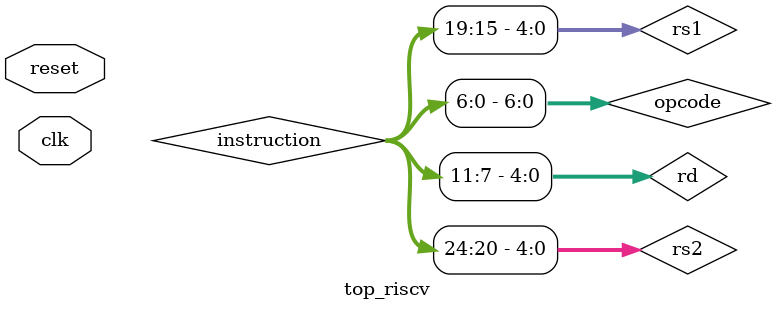
<source format=v>
module top_riscv (
    input clk,          // Clock signal
    input reset         // Reset signal
);
    // pc counter
    wire [31:0]pc_current;
    wire [31:0]pc_next;

    // instruction
    wire [31:0]instruction;

    // instruction field
    wire [6:0]opcode;
    wire [4:0]rs1,rs2,rd;
    wire [2:0]func3;
    wire [6:0]func7;

    // control signal
    wire reg_write;
    wire memory_read;
    wire memory_write;
    wire memory_to_reg;
    wire alu_src;
    wire branch;
    wire jump;
    wire [3:0]alu_opcode;
    wire [1:0]pc_src;

    // register file
    wire [31:0]read_data1;
    wire [31:0]read_data2;
    wire [31:0]write_data;

    // immedite
    wire [31:0]imm;

    // alu
    wire [31:0]alu_operand_b;
    wire [31:0]alu_result;
    wire zero_flag;

    // data memory
    wire [31:0]memory_read_data;

    // branch
    wire branch_taken;

    // pc
    wire [31:0]pc_plus4;
    assign pc_plus4 = pc_current + 32'h4;

    // 
    assign opcode = instruction[6:0];
    assign rd = instruction[11:7];
    assign func3 = instruction[14:12];
    assign rs1 =  instruction[19:15];
    assign rs2 = instruction[24:20];
    assign func7 = instruction[31:25];

    assign alu_operand_b = (alu_src) ? imm : read_data2;

    assign write_data = (jump) ? pc_plus4 : (memory_to_reg) ? memory_read_data : alu_result;

    // Module Instantiations

    // pc
    program_counter PC(
        .clk(clk),
        .reset(reset),
        .pc_next(pc_next),
        .pc_current(pc_current)
    );

    // instruction memory
    instruction_memory I_MEM(
        .address(pc_current),
        .instruction(instruction)
    );

    // control unit
    control_signal CTRL(
        .opcode(opcode),
        .func3(func3),
        .func7(func7),
        .reg_write(reg_write),
        .memory_read(memory_read),
        .memory_write(memory_write),
        .memory_to_reg(memory_to_reg),
        .alu_src(alu_src),
        .branch(branch),
        .jump(jump),
        .alu_opcode(alu_opcode),
        .pc_src(pc_src)
    );

    // register file
    register_file REG_FILE(
        .clk(clk),
        .reset(reset),
        .reg_write(reg_write),
        .read_reg1(rs1),
        .read_reg2(rs2),
        .write_reg(rd),
        .write_data(write_data),
        .read_data1(read_data1),
        .read_data2(read_data2)
    );

    // immediate generator
    immediate_generator IMM_GEN(
        .instruction(instruction),
        .imm_out(imm)
    );

    // alu
    ALU alu(
        .operand_a(read_data1),
        .operand_b(alu_operand_b),
        .alu_opcode(alu_opcode),
        .alu_result(alu_result),
        .zero_flag(zero_flag)
    );

    // data memory
    data_memory DATA_MEM(
        .clk(clk),
        .memory_read(memory_read),
        .memory_write(memory_write),
        .address(alu_result),
        .write_data(read_data2),
        .read_data(memory_read_data)
    );

    // branch unit
    branch_unit BRANCH(
        .branch(branch),
        .func3(func3),
        .operand_a(read_data1),
        .operand_b(read_data2),
        .branch_taken(branch_taken)
    );

    // pc logic
    pc_logic PC_LOGIC(
        .pc_current(pc_current),
        .imm(imm),
        .alu_result(alu_result),
        .branch_taken(branch_taken),
        .jump(jump),
        .pc_src(pc_src),
        .pc_next(pc_next)
    );



endmodule
</source>
